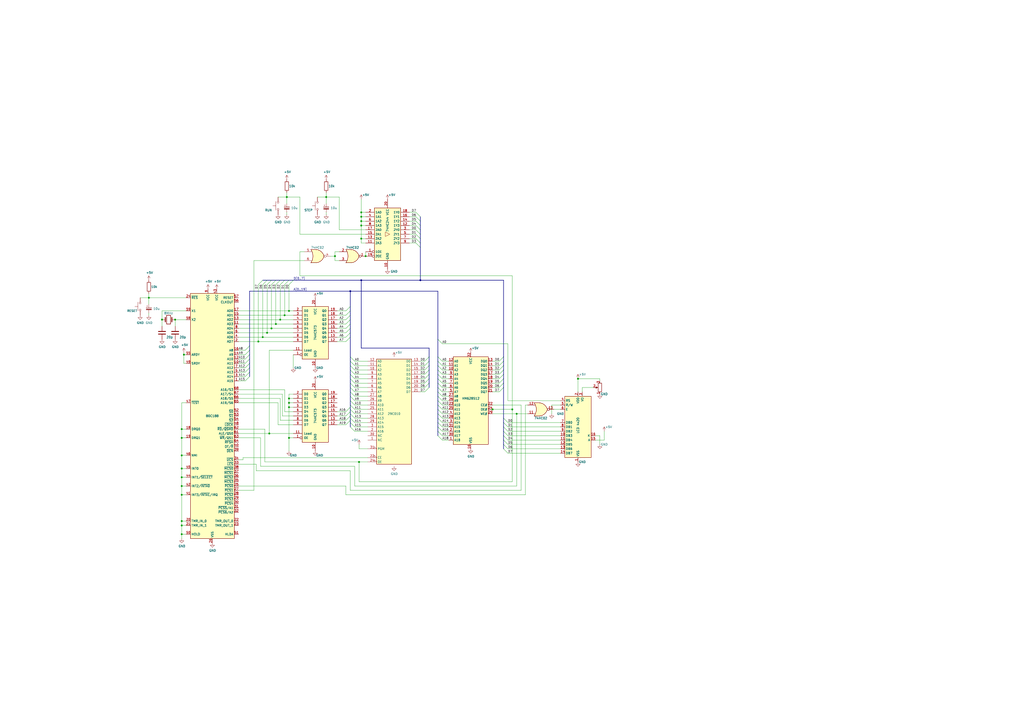
<source format=kicad_sch>
(kicad_sch (version 20211123) (generator eeschema)
  (paper "A2")
  (junction (at 299.72 240.03))
  (junction (at 160.02 187.96))
  (junction (at 165.1 182.88))
  (junction (at 156.21 251.46))
  (junction (at 167.64 236.22))
  (junction (at 212.09 148.59))
  (junction (at 335.28 219.71))
  (junction (at 105.41 304.8))
  (junction (at 209.55 125.73))
  (junction (at 243.84 162.56))
  (junction (at 167.64 233.68))
  (junction (at 209.55 138.43))
  (junction (at 203.2 168.91))
  (junction (at 105.41 264.16))
  (junction (at 105.41 271.78))
  (junction (at 93.98 185.42))
  (junction (at 105.41 254))
  (junction (at 162.56 185.42))
  (junction (at 149.86 198.12))
  (junction (at 101.6 185.42))
  (junction (at 105.41 276.86))
  (junction (at 285.75 237.49))
  (junction (at 154.94 193.04))
  (junction (at 166.37 114.3))
  (junction (at 167.64 231.14))
  (junction (at 297.18 237.49))
  (junction (at 157.48 190.5))
  (junction (at 167.64 180.34))
  (junction (at 86.36 172.72))
  (junction (at 105.41 248.92))
  (junction (at 105.41 287.02))
  (junction (at 152.4 195.58))
  (junction (at 167.64 254))
  (junction (at 105.41 309.88))
  (junction (at 105.41 281.94))
  (junction (at 209.55 162.56))
  (junction (at 208.28 267.97))
  (junction (at 105.41 302.26))
  (junction (at 194.31 148.59))
  (junction (at 209.55 130.81))
  (junction (at 209.55 128.27))
  (junction (at 209.55 123.19))
  (junction (at 106.68 205.74))
  (junction (at 189.23 114.3))
  (bus_entry (at 203.2 234.95) (size 2.54 2.54))
  (bus_entry (at 254 214.63) (size 2.54 2.54))
  (bus_entry (at 142.24 215.9) (size 2.54 -2.54))
  (bus_entry (at 142.24 210.82) (size 2.54 -2.54))
  (bus_entry (at 241.3 133.35) (size 2.54 2.54))
  (bus_entry (at 200.66 187.96) (size 2.54 -2.54))
  (bus_entry (at 241.3 125.73) (size 2.54 2.54))
  (bus_entry (at 241.3 128.27) (size 2.54 2.54))
  (bus_entry (at 254 212.09) (size 2.54 2.54))
  (bus_entry (at 142.24 203.2) (size 2.54 -2.54))
  (bus_entry (at 152.4 165.1) (size 2.54 -2.54))
  (bus_entry (at 203.2 227.33) (size 2.54 2.54))
  (bus_entry (at 292.1 247.65) (size 2.54 2.54))
  (bus_entry (at 246.38 212.09) (size 2.54 -2.54))
  (bus_entry (at 289.56 217.17) (size 2.54 -2.54))
  (bus_entry (at 203.2 242.57) (size 2.54 2.54))
  (bus_entry (at 292.1 255.27) (size 2.54 2.54))
  (bus_entry (at 254 222.25) (size 2.54 2.54))
  (bus_entry (at 246.38 217.17) (size 2.54 -2.54))
  (bus_entry (at 203.2 207.01) (size 2.54 2.54))
  (bus_entry (at 203.2 209.55) (size 2.54 2.54))
  (bus_entry (at 254 224.79) (size 2.54 2.54))
  (bus_entry (at 142.24 205.74) (size 2.54 -2.54))
  (bus_entry (at 246.38 224.79) (size 2.54 -2.54))
  (bus_entry (at 203.2 232.41) (size 2.54 2.54))
  (bus_entry (at 254 207.01) (size 2.54 2.54))
  (bus_entry (at 203.2 237.49) (size 2.54 2.54))
  (bus_entry (at 254 196.85) (size 2.54 2.54))
  (bus_entry (at 142.24 220.98) (size 2.54 -2.54))
  (bus_entry (at 254 234.95) (size 2.54 2.54))
  (bus_entry (at 241.3 140.97) (size 2.54 2.54))
  (bus_entry (at 254 242.57) (size 2.54 2.54))
  (bus_entry (at 254 217.17) (size 2.54 2.54))
  (bus_entry (at 292.1 250.19) (size 2.54 2.54))
  (bus_entry (at 200.66 198.12) (size 2.54 -2.54))
  (bus_entry (at 200.66 238.76) (size 2.54 -2.54))
  (bus_entry (at 200.66 182.88) (size 2.54 -2.54))
  (bus_entry (at 154.94 165.1) (size 2.54 -2.54))
  (bus_entry (at 200.66 190.5) (size 2.54 -2.54))
  (bus_entry (at 241.3 135.89) (size 2.54 2.54))
  (bus_entry (at 160.02 165.1) (size 2.54 -2.54))
  (bus_entry (at 292.1 260.35) (size 2.54 2.54))
  (bus_entry (at 142.24 218.44) (size 2.54 -2.54))
  (bus_entry (at 289.56 227.33) (size 2.54 -2.54))
  (bus_entry (at 292.1 242.57) (size 2.54 2.54))
  (bus_entry (at 289.56 222.25) (size 2.54 -2.54))
  (bus_entry (at 289.56 224.79) (size 2.54 -2.54))
  (bus_entry (at 289.56 214.63) (size 2.54 -2.54))
  (bus_entry (at 203.2 217.17) (size 2.54 2.54))
  (bus_entry (at 200.66 246.38) (size 2.54 -2.54))
  (bus_entry (at 200.66 243.84) (size 2.54 -2.54))
  (bus_entry (at 142.24 213.36) (size 2.54 -2.54))
  (bus_entry (at 254 245.11) (size 2.54 2.54))
  (bus_entry (at 203.2 229.87) (size 2.54 2.54))
  (bus_entry (at 200.66 193.04) (size 2.54 -2.54))
  (bus_entry (at 241.3 123.19) (size 2.54 2.54))
  (bus_entry (at 254 240.03) (size 2.54 2.54))
  (bus_entry (at 289.56 212.09) (size 2.54 -2.54))
  (bus_entry (at 292.1 245.11) (size 2.54 2.54))
  (bus_entry (at 254 227.33) (size 2.54 2.54))
  (bus_entry (at 157.48 165.1) (size 2.54 -2.54))
  (bus_entry (at 203.2 247.65) (size 2.54 2.54))
  (bus_entry (at 167.64 165.1) (size 2.54 -2.54))
  (bus_entry (at 289.56 209.55) (size 2.54 -2.54))
  (bus_entry (at 241.3 130.81) (size 2.54 2.54))
  (bus_entry (at 203.2 214.63) (size 2.54 2.54))
  (bus_entry (at 203.2 245.11) (size 2.54 2.54))
  (bus_entry (at 292.1 252.73) (size 2.54 2.54))
  (bus_entry (at 246.38 219.71) (size 2.54 -2.54))
  (bus_entry (at 246.38 214.63) (size 2.54 -2.54))
  (bus_entry (at 162.56 165.1) (size 2.54 -2.54))
  (bus_entry (at 142.24 208.28) (size 2.54 -2.54))
  (bus_entry (at 203.2 240.03) (size 2.54 2.54))
  (bus_entry (at 246.38 209.55) (size 2.54 -2.54))
  (bus_entry (at 246.38 227.33) (size 2.54 -2.54))
  (bus_entry (at 292.1 257.81) (size 2.54 2.54))
  (bus_entry (at 254 229.87) (size 2.54 2.54))
  (bus_entry (at 254 237.49) (size 2.54 2.54))
  (bus_entry (at 200.66 241.3) (size 2.54 -2.54))
  (bus_entry (at 246.38 222.25) (size 2.54 -2.54))
  (bus_entry (at 289.56 219.71) (size 2.54 -2.54))
  (bus_entry (at 254 209.55) (size 2.54 2.54))
  (bus_entry (at 149.86 165.1) (size 2.54 -2.54))
  (bus_entry (at 203.2 212.09) (size 2.54 2.54))
  (bus_entry (at 254 250.19) (size 2.54 2.54))
  (bus_entry (at 200.66 195.58) (size 2.54 -2.54))
  (bus_entry (at 203.2 219.71) (size 2.54 2.54))
  (bus_entry (at 254 232.41) (size 2.54 2.54))
  (bus_entry (at 241.3 138.43) (size 2.54 2.54))
  (bus_entry (at 200.66 185.42) (size 2.54 -2.54))
  (bus_entry (at 165.1 165.1) (size 2.54 -2.54))
  (bus_entry (at 200.66 180.34) (size 2.54 -2.54))
  (bus_entry (at 254 247.65) (size 2.54 2.54))
  (bus_entry (at 203.2 224.79) (size 2.54 2.54))
  (bus_entry (at 254 252.73) (size 2.54 2.54))
  (bus_entry (at 203.2 222.25) (size 2.54 2.54))
  (bus_entry (at 254 219.71) (size 2.54 2.54))
  (bus (pts (xy 254 242.57) (xy 254 245.11)))
  (wire (pts (xy 205.74 209.55) (xy 213.36 209.55)))
  (wire (pts (xy 195.58 193.04) (xy 200.66 193.04)))
  (wire (pts (xy 243.84 212.09) (xy 246.38 212.09)))
  (wire (pts (xy 209.55 140.97) (xy 209.55 138.43)))
  (wire (pts (xy 237.49 130.81) (xy 241.3 130.81)))
  (bus (pts (xy 203.2 187.96) (xy 203.2 190.5)))
  (wire (pts (xy 167.64 165.1) (xy 167.64 180.34)))
  (bus (pts (xy 165.1 162.56) (xy 167.64 162.56)))
  (bus (pts (xy 248.92 207.01) (xy 248.92 209.55)))
  (wire (pts (xy 285.75 237.49) (xy 297.18 237.49)))
  (wire (pts (xy 151.13 254) (xy 151.13 270.51)))
  (wire (pts (xy 205.74 229.87) (xy 213.36 229.87)))
  (wire (pts (xy 165.1 182.88) (xy 170.18 182.88)))
  (wire (pts (xy 302.26 234.95) (xy 302.26 284.48)))
  (wire (pts (xy 284.48 237.49) (xy 285.75 237.49)))
  (wire (pts (xy 170.18 193.04) (xy 154.94 193.04)))
  (bus (pts (xy 144.78 168.91) (xy 144.78 200.66)))
  (bus (pts (xy 203.2 238.76) (xy 203.2 240.03)))
  (wire (pts (xy 285.75 224.79) (xy 289.56 224.79)))
  (wire (pts (xy 325.12 234.95) (xy 320.04 234.95)))
  (wire (pts (xy 86.36 181.61) (xy 86.36 182.88)))
  (wire (pts (xy 156.21 203.2) (xy 170.18 203.2)))
  (wire (pts (xy 138.43 251.46) (xy 156.21 251.46)))
  (wire (pts (xy 243.84 227.33) (xy 246.38 227.33)))
  (wire (pts (xy 107.95 248.92) (xy 105.41 248.92)))
  (bus (pts (xy 243.84 162.56) (xy 209.55 162.56)))
  (wire (pts (xy 200.66 185.42) (xy 195.58 185.42)))
  (wire (pts (xy 156.21 251.46) (xy 170.18 251.46)))
  (wire (pts (xy 203.2 284.48) (xy 302.26 284.48)))
  (bus (pts (xy 152.4 162.56) (xy 154.94 162.56)))
  (bus (pts (xy 203.2 185.42) (xy 203.2 187.96)))
  (bus (pts (xy 243.84 143.51) (xy 243.84 162.56)))
  (bus (pts (xy 292.1 224.79) (xy 292.1 242.57)))
  (wire (pts (xy 205.74 219.71) (xy 213.36 219.71)))
  (bus (pts (xy 254 168.91) (xy 254 196.85)))
  (wire (pts (xy 160.02 187.96) (xy 170.18 187.96)))
  (wire (pts (xy 170.18 228.6) (xy 167.64 228.6)))
  (wire (pts (xy 151.13 270.51) (xy 205.74 270.51)))
  (wire (pts (xy 105.41 304.8) (xy 107.95 304.8)))
  (wire (pts (xy 162.56 231.14) (xy 162.56 243.84)))
  (wire (pts (xy 195.58 182.88) (xy 200.66 182.88)))
  (bus (pts (xy 254 234.95) (xy 254 237.49)))
  (wire (pts (xy 294.64 199.39) (xy 256.54 199.39)))
  (wire (pts (xy 154.94 193.04) (xy 138.43 193.04)))
  (bus (pts (xy 203.2 212.09) (xy 203.2 214.63)))
  (bus (pts (xy 292.1 247.65) (xy 292.1 250.19)))
  (bus (pts (xy 248.92 214.63) (xy 248.92 217.17)))
  (wire (pts (xy 212.09 148.59) (xy 212.09 146.05)))
  (bus (pts (xy 203.2 219.71) (xy 203.2 222.25)))
  (wire (pts (xy 142.24 205.74) (xy 138.43 205.74)))
  (wire (pts (xy 200.66 180.34) (xy 195.58 180.34)))
  (wire (pts (xy 294.64 260.35) (xy 325.12 260.35)))
  (bus (pts (xy 254 229.87) (xy 254 232.41)))
  (wire (pts (xy 167.64 233.68) (xy 170.18 233.68)))
  (wire (pts (xy 337.82 224.79) (xy 344.17 224.79)))
  (bus (pts (xy 254 247.65) (xy 254 250.19)))
  (bus (pts (xy 254 240.03) (xy 254 242.57)))
  (wire (pts (xy 209.55 130.81) (xy 212.09 130.81)))
  (wire (pts (xy 294.64 262.89) (xy 325.12 262.89)))
  (bus (pts (xy 167.64 162.56) (xy 170.18 162.56)))
  (wire (pts (xy 140.97 266.7) (xy 138.43 266.7)))
  (bus (pts (xy 248.92 212.09) (xy 248.92 214.63)))
  (wire (pts (xy 256.54 252.73) (xy 260.35 252.73)))
  (bus (pts (xy 203.2 190.5) (xy 203.2 193.04)))
  (wire (pts (xy 294.64 250.19) (xy 325.12 250.19)))
  (bus (pts (xy 203.2 168.91) (xy 254 168.91)))
  (bus (pts (xy 292.1 245.11) (xy 292.1 247.65)))
  (bus (pts (xy 144.78 168.91) (xy 203.2 168.91)))
  (wire (pts (xy 170.18 180.34) (xy 167.64 180.34)))
  (wire (pts (xy 189.23 111.76) (xy 189.23 114.3)))
  (wire (pts (xy 321.31 237.49) (xy 325.12 237.49)))
  (wire (pts (xy 256.54 240.03) (xy 260.35 240.03)))
  (wire (pts (xy 189.23 114.3) (xy 189.23 118.11)))
  (bus (pts (xy 203.2 245.11) (xy 203.2 247.65)))
  (wire (pts (xy 209.55 128.27) (xy 209.55 125.73)))
  (wire (pts (xy 205.74 247.65) (xy 213.36 247.65)))
  (wire (pts (xy 194.31 148.59) (xy 194.31 146.05)))
  (wire (pts (xy 195.58 198.12) (xy 200.66 198.12)))
  (wire (pts (xy 195.58 187.96) (xy 200.66 187.96)))
  (wire (pts (xy 256.54 237.49) (xy 260.35 237.49)))
  (wire (pts (xy 237.49 133.35) (xy 241.3 133.35)))
  (wire (pts (xy 101.6 185.42) (xy 107.95 185.42)))
  (bus (pts (xy 144.78 200.66) (xy 144.78 203.2)))
  (wire (pts (xy 153.67 248.92) (xy 153.67 267.97)))
  (wire (pts (xy 147.32 151.13) (xy 176.53 151.13)))
  (bus (pts (xy 203.2 236.22) (xy 203.2 237.49)))
  (wire (pts (xy 212.09 138.43) (xy 209.55 138.43)))
  (wire (pts (xy 138.43 281.94) (xy 200.66 281.94)))
  (bus (pts (xy 254 232.41) (xy 254 234.95)))
  (wire (pts (xy 285.75 240.03) (xy 299.72 240.03)))
  (wire (pts (xy 165.1 165.1) (xy 165.1 182.88)))
  (wire (pts (xy 106.68 205.74) (xy 107.95 205.74)))
  (wire (pts (xy 166.37 114.3) (xy 161.29 114.3)))
  (wire (pts (xy 205.74 214.63) (xy 213.36 214.63)))
  (wire (pts (xy 167.64 231.14) (xy 170.18 231.14)))
  (wire (pts (xy 237.49 125.73) (xy 241.3 125.73)))
  (bus (pts (xy 203.2 229.87) (xy 203.2 232.41)))
  (wire (pts (xy 306.07 234.95) (xy 304.8 234.95)))
  (wire (pts (xy 212.09 125.73) (xy 209.55 125.73)))
  (wire (pts (xy 256.54 212.09) (xy 260.35 212.09)))
  (wire (pts (xy 237.49 138.43) (xy 241.3 138.43)))
  (wire (pts (xy 285.75 217.17) (xy 289.56 217.17)))
  (bus (pts (xy 144.78 210.82) (xy 144.78 213.36)))
  (wire (pts (xy 165.1 226.06) (xy 165.1 238.76)))
  (wire (pts (xy 138.43 198.12) (xy 149.86 198.12)))
  (wire (pts (xy 157.48 165.1) (xy 157.48 190.5)))
  (bus (pts (xy 170.18 162.56) (xy 209.55 162.56)))
  (wire (pts (xy 237.49 128.27) (xy 241.3 128.27)))
  (wire (pts (xy 208.28 267.97) (xy 208.28 279.4)))
  (bus (pts (xy 160.02 162.56) (xy 162.56 162.56)))
  (wire (pts (xy 203.2 273.05) (xy 203.2 284.48)))
  (bus (pts (xy 292.1 242.57) (xy 292.1 245.11)))
  (wire (pts (xy 105.41 271.78) (xy 107.95 271.78)))
  (bus (pts (xy 254 224.79) (xy 254 227.33)))
  (wire (pts (xy 209.55 115.57) (xy 209.55 123.19)))
  (bus (pts (xy 203.2 195.58) (xy 203.2 207.01)))
  (bus (pts (xy 209.55 162.56) (xy 209.55 201.93)))
  (wire (pts (xy 161.29 246.38) (xy 170.18 246.38)))
  (wire (pts (xy 294.64 257.81) (xy 325.12 257.81)))
  (wire (pts (xy 166.37 111.76) (xy 166.37 114.3)))
  (wire (pts (xy 243.84 217.17) (xy 246.38 217.17)))
  (wire (pts (xy 196.85 114.3) (xy 189.23 114.3)))
  (wire (pts (xy 101.6 185.42) (xy 101.6 189.23)))
  (wire (pts (xy 173.99 135.89) (xy 173.99 114.3)))
  (wire (pts (xy 285.75 214.63) (xy 289.56 214.63)))
  (bus (pts (xy 243.84 125.73) (xy 243.84 128.27)))
  (wire (pts (xy 105.41 309.88) (xy 105.41 312.42)))
  (wire (pts (xy 304.8 234.95) (xy 304.8 287.02)))
  (wire (pts (xy 208.28 257.81) (xy 208.28 260.35)))
  (wire (pts (xy 86.36 170.18) (xy 86.36 172.72)))
  (wire (pts (xy 138.43 248.92) (xy 153.67 248.92)))
  (wire (pts (xy 191.77 148.59) (xy 194.31 148.59)))
  (bus (pts (xy 254 207.01) (xy 254 209.55)))
  (bus (pts (xy 248.92 222.25) (xy 248.92 224.79)))
  (wire (pts (xy 138.43 213.36) (xy 142.24 213.36)))
  (wire (pts (xy 209.55 123.19) (xy 209.55 125.73)))
  (wire (pts (xy 195.58 243.84) (xy 200.66 243.84)))
  (wire (pts (xy 106.68 204.47) (xy 106.68 205.74)))
  (wire (pts (xy 93.98 185.42) (xy 93.98 189.23)))
  (wire (pts (xy 106.68 210.82) (xy 107.95 210.82)))
  (bus (pts (xy 292.1 207.01) (xy 292.1 209.55)))
  (bus (pts (xy 248.92 219.71) (xy 248.92 222.25)))
  (wire (pts (xy 256.54 217.17) (xy 260.35 217.17)))
  (bus (pts (xy 292.1 162.56) (xy 243.84 162.56)))
  (wire (pts (xy 105.41 281.94) (xy 107.95 281.94)))
  (wire (pts (xy 173.99 114.3) (xy 166.37 114.3)))
  (bus (pts (xy 254 219.71) (xy 254 222.25)))
  (wire (pts (xy 294.64 252.73) (xy 325.12 252.73)))
  (wire (pts (xy 138.43 195.58) (xy 152.4 195.58)))
  (bus (pts (xy 203.2 177.8) (xy 203.2 180.34)))
  (wire (pts (xy 167.64 236.22) (xy 167.64 254)))
  (wire (pts (xy 205.74 232.41) (xy 213.36 232.41)))
  (wire (pts (xy 345.44 252.73) (xy 347.98 252.73)))
  (wire (pts (xy 167.64 233.68) (xy 167.64 236.22)))
  (wire (pts (xy 148.59 269.24) (xy 148.59 273.05)))
  (wire (pts (xy 200.66 195.58) (xy 195.58 195.58)))
  (wire (pts (xy 142.24 210.82) (xy 138.43 210.82)))
  (wire (pts (xy 105.41 248.92) (xy 105.41 254)))
  (wire (pts (xy 256.54 247.65) (xy 260.35 247.65)))
  (wire (pts (xy 154.94 165.1) (xy 154.94 193.04)))
  (wire (pts (xy 165.1 238.76) (xy 170.18 238.76)))
  (wire (pts (xy 163.83 241.3) (xy 170.18 241.3)))
  (bus (pts (xy 203.2 241.3) (xy 203.2 242.57)))
  (bus (pts (xy 254 209.55) (xy 254 212.09)))
  (wire (pts (xy 105.41 233.68) (xy 105.41 248.92)))
  (wire (pts (xy 347.98 219.71) (xy 335.28 219.71)))
  (wire (pts (xy 285.75 219.71) (xy 289.56 219.71)))
  (wire (pts (xy 107.95 264.16) (xy 105.41 264.16)))
  (bus (pts (xy 292.1 207.01) (xy 292.1 162.56)))
  (wire (pts (xy 256.54 224.79) (xy 260.35 224.79)))
  (bus (pts (xy 203.2 243.84) (xy 203.2 245.11)))
  (wire (pts (xy 170.18 205.74) (xy 170.18 213.36)))
  (wire (pts (xy 294.64 232.41) (xy 325.12 232.41)))
  (bus (pts (xy 144.78 213.36) (xy 144.78 215.9)))
  (wire (pts (xy 285.75 227.33) (xy 289.56 227.33)))
  (wire (pts (xy 138.43 218.44) (xy 142.24 218.44)))
  (bus (pts (xy 144.78 205.74) (xy 144.78 208.28)))
  (wire (pts (xy 285.75 212.09) (xy 289.56 212.09)))
  (wire (pts (xy 162.56 243.84) (xy 170.18 243.84)))
  (wire (pts (xy 205.74 234.95) (xy 213.36 234.95)))
  (wire (pts (xy 212.09 123.19) (xy 209.55 123.19)))
  (wire (pts (xy 209.55 130.81) (xy 209.55 138.43)))
  (wire (pts (xy 161.29 233.68) (xy 161.29 246.38)))
  (wire (pts (xy 256.54 232.41) (xy 260.35 232.41)))
  (wire (pts (xy 152.4 195.58) (xy 170.18 195.58)))
  (wire (pts (xy 138.43 190.5) (xy 157.48 190.5)))
  (bus (pts (xy 292.1 257.81) (xy 292.1 260.35)))
  (bus (pts (xy 292.1 214.63) (xy 292.1 217.17)))
  (bus (pts (xy 243.84 128.27) (xy 243.84 130.81)))
  (wire (pts (xy 138.43 182.88) (xy 165.1 182.88)))
  (wire (pts (xy 105.41 271.78) (xy 105.41 276.86)))
  (bus (pts (xy 292.1 219.71) (xy 292.1 222.25)))
  (wire (pts (xy 189.23 114.3) (xy 184.15 114.3)))
  (wire (pts (xy 105.41 276.86) (xy 107.95 276.86)))
  (wire (pts (xy 105.41 281.94) (xy 105.41 287.02)))
  (bus (pts (xy 254 196.85) (xy 254 207.01)))
  (wire (pts (xy 173.99 160.02) (xy 297.18 160.02)))
  (wire (pts (xy 285.75 222.25) (xy 289.56 222.25)))
  (wire (pts (xy 256.54 229.87) (xy 260.35 229.87)))
  (wire (pts (xy 212.09 140.97) (xy 209.55 140.97)))
  (wire (pts (xy 205.74 250.19) (xy 213.36 250.19)))
  (wire (pts (xy 86.36 172.72) (xy 86.36 176.53)))
  (wire (pts (xy 86.36 172.72) (xy 107.95 172.72)))
  (wire (pts (xy 205.74 224.79) (xy 213.36 224.79)))
  (wire (pts (xy 256.54 222.25) (xy 260.35 222.25)))
  (wire (pts (xy 138.43 231.14) (xy 162.56 231.14)))
  (wire (pts (xy 205.74 270.51) (xy 205.74 281.94)))
  (wire (pts (xy 297.18 237.49) (xy 297.18 279.4)))
  (wire (pts (xy 205.74 245.11) (xy 213.36 245.11)))
  (wire (pts (xy 142.24 220.98) (xy 138.43 220.98)))
  (wire (pts (xy 138.43 203.2) (xy 142.24 203.2)))
  (wire (pts (xy 149.86 198.12) (xy 170.18 198.12)))
  (wire (pts (xy 205.74 227.33) (xy 213.36 227.33)))
  (wire (pts (xy 243.84 209.55) (xy 246.38 209.55)))
  (bus (pts (xy 144.78 215.9) (xy 144.78 218.44)))
  (wire (pts (xy 148.59 273.05) (xy 203.2 273.05)))
  (wire (pts (xy 167.64 231.14) (xy 167.64 233.68)))
  (wire (pts (xy 209.55 128.27) (xy 212.09 128.27)))
  (bus (pts (xy 209.55 201.93) (xy 248.92 201.93)))
  (wire (pts (xy 167.64 254) (xy 167.64 261.62)))
  (wire (pts (xy 243.84 222.25) (xy 246.38 222.25)))
  (wire (pts (xy 147.32 284.48) (xy 138.43 284.48)))
  (wire (pts (xy 140.97 265.43) (xy 140.97 266.7)))
  (wire (pts (xy 105.41 264.16) (xy 105.41 271.78)))
  (bus (pts (xy 248.92 201.93) (xy 248.92 207.01)))
  (bus (pts (xy 248.92 209.55) (xy 248.92 212.09)))
  (bus (pts (xy 203.2 234.95) (xy 203.2 236.22)))
  (wire (pts (xy 167.64 236.22) (xy 170.18 236.22)))
  (bus (pts (xy 254 250.19) (xy 254 252.73)))
  (wire (pts (xy 320.04 234.95) (xy 320.04 240.03)))
  (bus (pts (xy 154.94 162.56) (xy 157.48 162.56)))
  (bus (pts (xy 203.2 237.49) (xy 203.2 238.76)))
  (wire (pts (xy 167.64 228.6) (xy 167.64 231.14)))
  (wire (pts (xy 156.21 203.2) (xy 156.21 251.46)))
  (bus (pts (xy 243.84 140.97) (xy 243.84 143.51)))
  (wire (pts (xy 256.54 219.71) (xy 260.35 219.71)))
  (wire (pts (xy 105.41 287.02) (xy 105.41 302.26)))
  (wire (pts (xy 166.37 123.19) (xy 166.37 124.46)))
  (wire (pts (xy 170.18 254) (xy 167.64 254)))
  (bus (pts (xy 243.84 130.81) (xy 243.84 133.35)))
  (wire (pts (xy 138.43 228.6) (xy 163.83 228.6)))
  (wire (pts (xy 256.54 255.27) (xy 260.35 255.27)))
  (wire (pts (xy 208.28 260.35) (xy 213.36 260.35)))
  (wire (pts (xy 167.64 180.34) (xy 138.43 180.34)))
  (wire (pts (xy 212.09 133.35) (xy 196.85 133.35)))
  (bus (pts (xy 243.84 133.35) (xy 243.84 135.89)))
  (bus (pts (xy 162.56 162.56) (xy 165.1 162.56)))
  (wire (pts (xy 205.74 217.17) (xy 213.36 217.17)))
  (bus (pts (xy 203.2 168.91) (xy 203.2 177.8)))
  (wire (pts (xy 294.64 232.41) (xy 294.64 199.39)))
  (bus (pts (xy 292.1 212.09) (xy 292.1 214.63)))
  (bus (pts (xy 203.2 222.25) (xy 203.2 224.79)))
  (wire (pts (xy 256.54 227.33) (xy 260.35 227.33)))
  (bus (pts (xy 203.2 193.04) (xy 203.2 195.58)))
  (wire (pts (xy 194.31 151.13) (xy 194.31 148.59)))
  (wire (pts (xy 176.53 146.05) (xy 173.99 146.05)))
  (bus (pts (xy 203.2 240.03) (xy 203.2 241.3)))
  (wire (pts (xy 105.41 304.8) (xy 105.41 309.88)))
  (wire (pts (xy 212.09 135.89) (xy 173.99 135.89)))
  (wire (pts (xy 107.95 233.68) (xy 105.41 233.68)))
  (wire (pts (xy 107.95 309.88) (xy 105.41 309.88)))
  (wire (pts (xy 205.74 212.09) (xy 213.36 212.09)))
  (wire (pts (xy 195.58 238.76) (xy 200.66 238.76)))
  (bus (pts (xy 203.2 242.57) (xy 203.2 243.84)))
  (wire (pts (xy 138.43 208.28) (xy 142.24 208.28)))
  (wire (pts (xy 297.18 160.02) (xy 297.18 237.49)))
  (wire (pts (xy 294.64 245.11) (xy 325.12 245.11)))
  (bus (pts (xy 203.2 209.55) (xy 203.2 212.09)))
  (bus (pts (xy 203.2 182.88) (xy 203.2 185.42)))
  (bus (pts (xy 203.2 232.41) (xy 203.2 234.95)))
  (wire (pts (xy 347.98 220.98) (xy 347.98 219.71)))
  (wire (pts (xy 256.54 234.95) (xy 260.35 234.95)))
  (bus (pts (xy 254 214.63) (xy 254 217.17)))
  (bus (pts (xy 292.1 252.73) (xy 292.1 255.27)))
  (wire (pts (xy 256.54 245.11) (xy 260.35 245.11)))
  (bus (pts (xy 243.84 138.43) (xy 243.84 140.97)))
  (wire (pts (xy 205.74 240.03) (xy 213.36 240.03)))
  (wire (pts (xy 243.84 219.71) (xy 246.38 219.71)))
  (wire (pts (xy 105.41 254) (xy 107.95 254)))
  (bus (pts (xy 203.2 214.63) (xy 203.2 217.17)))
  (bus (pts (xy 144.78 203.2) (xy 144.78 205.74)))
  (wire (pts (xy 166.37 114.3) (xy 166.37 118.11)))
  (wire (pts (xy 157.48 190.5) (xy 170.18 190.5)))
  (bus (pts (xy 203.2 217.17) (xy 203.2 219.71)))
  (wire (pts (xy 285.75 209.55) (xy 289.56 209.55)))
  (bus (pts (xy 254 212.09) (xy 254 214.63)))
  (wire (pts (xy 208.28 267.97) (xy 213.36 267.97)))
  (bus (pts (xy 243.84 135.89) (xy 243.84 138.43)))
  (wire (pts (xy 294.64 247.65) (xy 325.12 247.65)))
  (bus (pts (xy 254 245.11) (xy 254 247.65)))
  (wire (pts (xy 107.95 180.34) (xy 93.98 180.34)))
  (wire (pts (xy 105.41 287.02) (xy 107.95 287.02)))
  (wire (pts (xy 138.43 269.24) (xy 148.59 269.24)))
  (bus (pts (xy 292.1 209.55) (xy 292.1 212.09)))
  (bus (pts (xy 292.1 222.25) (xy 292.1 224.79)))
  (wire (pts (xy 299.72 240.03) (xy 306.07 240.03)))
  (wire (pts (xy 147.32 151.13) (xy 147.32 284.48)))
  (wire (pts (xy 285.75 234.95) (xy 302.26 234.95)))
  (wire (pts (xy 163.83 228.6) (xy 163.83 241.3)))
  (wire (pts (xy 160.02 165.1) (xy 160.02 187.96)))
  (bus (pts (xy 254 217.17) (xy 254 219.71)))
  (wire (pts (xy 209.55 130.81) (xy 209.55 128.27)))
  (bus (pts (xy 203.2 227.33) (xy 203.2 229.87)))
  (wire (pts (xy 140.97 265.43) (xy 213.36 265.43)))
  (wire (pts (xy 105.41 276.86) (xy 105.41 281.94)))
  (wire (pts (xy 189.23 123.19) (xy 189.23 124.46)))
  (bus (pts (xy 254 222.25) (xy 254 224.79)))
  (bus (pts (xy 292.1 255.27) (xy 292.1 257.81)))
  (wire (pts (xy 138.43 233.68) (xy 161.29 233.68)))
  (wire (pts (xy 200.66 287.02) (xy 304.8 287.02)))
  (wire (pts (xy 350.52 255.27) (xy 350.52 250.19)))
  (bus (pts (xy 203.2 207.01) (xy 203.2 209.55)))
  (wire (pts (xy 299.72 240.03) (xy 299.72 281.94)))
  (wire (pts (xy 243.84 224.79) (xy 246.38 224.79)))
  (wire (pts (xy 205.74 281.94) (xy 299.72 281.94)))
  (wire (pts (xy 105.41 302.26) (xy 105.41 304.8)))
  (wire (pts (xy 256.54 209.55) (xy 260.35 209.55)))
  (wire (pts (xy 162.56 165.1) (xy 162.56 185.42)))
  (wire (pts (xy 237.49 135.89) (xy 241.3 135.89)))
  (wire (pts (xy 149.86 165.1) (xy 149.86 198.12)))
  (wire (pts (xy 205.74 222.25) (xy 213.36 222.25)))
  (wire (pts (xy 256.54 214.63) (xy 260.35 214.63)))
  (wire (pts (xy 86.36 172.72) (xy 81.28 172.72)))
  (bus (pts (xy 144.78 208.28) (xy 144.78 210.82)))
  (wire (pts (xy 138.43 226.06) (xy 165.1 226.06)))
  (wire (pts (xy 200.66 246.38) (xy 195.58 246.38)))
  (wire (pts (xy 337.82 227.33) (xy 337.82 224.79)))
  (bus (pts (xy 292.1 217.17) (xy 292.1 219.71)))
  (wire (pts (xy 345.44 255.27) (xy 350.52 255.27)))
  (wire (pts (xy 93.98 180.34) (xy 93.98 185.42)))
  (wire (pts (xy 162.56 185.42) (xy 138.43 185.42)))
  (wire (pts (xy 153.67 267.97) (xy 208.28 267.97)))
  (wire (pts (xy 208.28 279.4) (xy 297.18 279.4)))
  (bus (pts (xy 203.2 224.79) (xy 203.2 227.33)))
  (wire (pts (xy 142.24 215.9) (xy 138.43 215.9)))
  (wire (pts (xy 243.84 214.63) (xy 246.38 214.63)))
  (wire (pts (xy 294.64 255.27) (xy 325.12 255.27)))
  (bus (pts (xy 203.2 180.34) (xy 203.2 182.88)))
  (wire (pts (xy 105.41 254) (xy 105.41 264.16)))
  (wire (pts (xy 237.49 140.97) (xy 241.3 140.97)))
  (wire (pts (xy 138.43 254) (xy 151.13 254)))
  (wire (pts (xy 205.74 237.49) (xy 213.36 237.49)))
  (wire (pts (xy 170.18 185.42) (xy 162.56 185.42)))
  (wire (pts (xy 196.85 151.13) (xy 194.31 151.13)))
  (wire (pts (xy 200.66 281.94) (xy 200.66 287.02)))
  (wire (pts (xy 205.74 242.57) (xy 213.36 242.57)))
  (wire (pts (xy 335.28 219.71) (xy 335.28 227.33)))
  (bus (pts (xy 248.92 217.17) (xy 248.92 219.71)))
  (wire (pts (xy 347.98 252.73) (xy 347.98 257.81)))
  (bus (pts (xy 254 237.49) (xy 254 240.03)))
  (wire (pts (xy 138.43 187.96) (xy 160.02 187.96)))
  (wire (pts (xy 173.99 146.05) (xy 173.99 160.02)))
  (wire (pts (xy 194.31 146.05) (xy 196.85 146.05)))
  (bus (pts (xy 254 227.33) (xy 254 229.87)))
  (bus (pts (xy 157.48 162.56) (xy 160.02 162.56)))
  (wire (pts (xy 196.85 133.35) (xy 196.85 114.3)))
  (wire (pts (xy 200.66 241.3) (xy 195.58 241.3)))
  (wire (pts (xy 256.54 242.57) (xy 260.35 242.57)))
  (wire (pts (xy 200.66 190.5) (xy 195.58 190.5)))
  (wire (pts (xy 106.68 205.74) (xy 106.68 210.82)))
  (wire (pts (xy 107.95 302.26) (xy 105.41 302.26)))
  (bus (pts (xy 292.1 250.19) (xy 292.1 252.73)))
  (wire (pts (xy 152.4 165.1) (xy 152.4 195.58)))
  (wire (pts (xy 256.54 250.19) (xy 260.35 250.19)))
  (wire (pts (xy 237.49 123.19) (xy 241.3 123.19)))
  (label "D7" (at 149.86 167.64 90))
  (label "D2" (at 243.84 214.63 0))
  (label "A7" (at 205.74 227.33 0))
  (label "D6" (at 152.4 167.64 90))
  (label "D0" (at 243.84 209.55 0))
  (label "D6" (at 243.84 224.79 0))
  (label "D4" (at 287.02 219.71 0))
  (label "A15" (at 205.74 247.65 0))
  (label "A2" (at 196.85 185.42 0))
  (label "D[0..7]" (at 170.18 162.56 0))
  (label "D3" (at 238.76 140.97 0))
  (label "A16" (at 205.74 250.19 0))
  (label "D7" (at 294.64 262.89 0))
  (label "D4" (at 238.76 130.81 0))
  (label "A12" (at 256.54 240.03 0))
  (label "A15" (at 138.43 220.98 0))
  (label "A18" (at 256.54 255.27 0))
  (label "A9" (at 138.43 205.74 0))
  (label "D5" (at 287.02 222.25 0))
  (label "D6" (at 294.64 260.35 0))
  (label "A5" (at 196.85 193.04 0))
  (label "A10" (at 138.43 208.28 0))
  (label "D1" (at 165.1 167.64 90))
  (label "D3" (at 160.02 167.64 90))
  (label "A9" (at 256.54 232.41 0))
  (label "A1" (at 205.74 212.09 0))
  (label "A12" (at 138.43 213.36 0))
  (label "A8" (at 138.43 203.2 0))
  (label "A17" (at 256.54 252.73 0))
  (label "D5" (at 238.76 128.27 0))
  (label "A8" (at 256.54 229.87 0))
  (label "A5" (at 256.54 222.25 0))
  (label "A11" (at 256.54 237.49 0))
  (label "D6" (at 287.02 224.79 0))
  (label "A11" (at 205.74 237.49 0))
  (label "A2" (at 205.74 214.63 0))
  (label "A13" (at 138.43 215.9 0))
  (label "A16" (at 196.85 238.76 0))
  (label "A0" (at 205.74 209.55 0))
  (label "A14" (at 138.43 218.44 0))
  (label "A3" (at 196.85 187.96 0))
  (label "A4" (at 205.74 219.71 0))
  (label "A14" (at 256.54 245.11 0))
  (label "A6" (at 205.74 224.79 0))
  (label "A1" (at 196.85 182.88 0))
  (label "A16" (at 256.54 250.19 0))
  (label "D3" (at 243.84 217.17 0))
  (label "A7" (at 256.54 227.33 0))
  (label "A0" (at 256.54 199.39 0))
  (label "D4" (at 157.48 167.64 90))
  (label "D1" (at 243.84 212.09 0))
  (label "A12" (at 205.74 240.03 0))
  (label "D0" (at 294.64 245.11 0))
  (label "A3" (at 256.54 217.17 0))
  (label "A0" (at 196.85 180.34 0))
  (label "D4" (at 294.64 255.27 0))
  (label "A9" (at 205.74 232.41 0))
  (label "D5" (at 294.64 257.81 0))
  (label "A10" (at 256.54 234.95 0))
  (label "A6" (at 196.85 195.58 0))
  (label "A13" (at 256.54 242.57 0))
  (label "D7" (at 287.02 227.33 0))
  (label "A15" (at 256.54 247.65 0))
  (label "A2" (at 256.54 214.63 0))
  (label "D1" (at 294.64 247.65 0))
  (label "A10" (at 205.74 234.95 0))
  (label "D0" (at 238.76 133.35 0))
  (label "D2" (at 238.76 138.43 0))
  (label "A19" (at 196.85 246.38 0))
  (label "D4" (at 243.84 219.71 0))
  (label "D7" (at 243.84 227.33 0))
  (label "A4" (at 256.54 219.71 0))
  (label "A18" (at 196.85 243.84 0))
  (label "D2" (at 162.56 167.64 90))
  (label "D2" (at 287.02 214.63 0))
  (label "A11" (at 138.43 210.82 0))
  (label "A1" (at 256.54 212.09 0))
  (label "A17" (at 196.85 241.3 0))
  (label "D2" (at 294.64 250.19 0))
  (label "A3" (at 205.74 217.17 0))
  (label "A0" (at 256.54 209.55 0))
  (label "D5" (at 154.94 167.64 90))
  (label "A[0..19]" (at 170.18 168.91 0))
  (label "A5" (at 205.74 222.25 0))
  (label "A7" (at 196.85 198.12 0))
  (label "D3" (at 294.64 252.73 0))
  (label "D3" (at 287.02 217.17 0))
  (label "A14" (at 205.74 245.11 0))
  (label "D1" (at 238.76 135.89 0))
  (label "A6" (at 256.54 224.79 0))
  (label "A8" (at 205.74 229.87 0))
  (label "A13" (at 205.74 242.57 0))
  (label "D1" (at 287.02 212.09 0))
  (label "D0" (at 167.64 167.64 90))
  (label "A4" (at 196.85 190.5 0))
  (label "D5" (at 243.84 222.25 0))
  (label "D6" (at 238.76 125.73 0))
  (label "D0" (at 287.02 209.55 0))
  (label "D7" (at 238.76 123.19 0))
  (symbol (lib_id "Device:C_Polarized_Small") (at 86.36 179.07 0) (unit 1)
    (property "Reference" "C1" (effects hide))
    (property "Value" "10u" (at 88.9 179.07 0) (effects (justify left)))
  )
  (symbol (lib_id "Device:R") (at 86.36 166.37 0) (unit 1)
    (property "Reference" "R1" (effects hide))
    (property "Value" "10k" (at 87.63 166.37 0) (effects (justify left)))
  )
  (symbol (lib_id "Switch:SW_Push") (at 81.28 177.8 90) (unit 1)
    (property "Reference" "SW1" (effects hide))
    (property "Value" "RESET" (at 73.66 180.34 90) (effects (justify right)))
  )
  (symbol (lib_id "power:+5V") (at 86.36 162.56 0) (unit 1)
    (property "Reference" "#PWR0106" (effects hide))
    (property "Value" "+5V" (at 86.741 158.1658 0))
  )
  (symbol (lib_id "power:GND") (at 81.28 182.88 0) (unit 1)
    (property "Reference" "#PWR0104" (effects hide))
    (property "Value" "GND" (at 81.407 187.2742 0))
  )
  (symbol (lib_id "power:GND") (at 86.36 182.88 0) (unit 1)
    (property "Reference" "#PWR0105" (effects hide))
    (property "Value" "GND" (at 86.487 187.2742 0))
  )
  (symbol (lib_id "74xx:74LS573") (at 182.88 193.04 0) (unit 1)
    (property "Reference" "U2" (effects hide))
    (property "Value" "74HC573" (at 182.88 193.04 90))
    (property "Datasheet" "74xx/74hc573.pdf" (effects hide))
  )
  (symbol (lib_id "74xx:74LS573") (at 182.88 241.3 0) (unit 1)
    (property "Reference" "U3" (effects hide))
    (property "Value" "74HC573" (at 182.88 241.3 90))
    (property "Datasheet" "74xx/74hc573.pdf" (effects hide))
  )
  (symbol (lib_id "power:GND") (at 182.88 261.62 0) (unit 1)
    (property "Reference" "#PWR0120" (effects hide))
    (property "Value" "GND" (at 185.42 264.16 0))
  )
  (symbol (lib_id "power:GND") (at 182.88 213.36 0) (unit 1)
    (property "Reference" "#PWR0125" (effects hide))
    (property "Value" "GND" (at 185.42 213.36 0))
  )
  (symbol (lib_id "power:+5V") (at 182.88 220.98 0) (unit 1)
    (property "Reference" "#PWR0111" (effects hide))
    (property "Value" "+5V" (at 185.42 218.44 0))
  )
  (symbol (lib_id "power:+5V") (at 182.88 172.72 0) (unit 1)
    (property "Reference" "#PWR0123" (effects hide))
    (property "Value" "+5V" (at 185.42 170.18 0))
  )
  (symbol (lib_id "power:GND") (at 167.64 261.62 0) (unit 1)
    (property "Reference" "#PWR0122" (effects hide))
    (property "Value" "GND" (at 170.18 264.16 0))
  )
  (symbol (lib_id "power:GND") (at 170.18 213.36 0) (unit 1)
    (property "Reference" "#PWR0124" (effects hide))
    (property "Value" "GND" (at 172.72 213.36 0))
  )
  (symbol (lib_id "Memory_Flash:SST39SF010") (at 228.6 240.03 0) (unit 1)
    (property "Reference" "U4" (effects hide))
    (property "Value" "29C010" (at 228.6 240.03 0))
    (pin "31" (alternate "WE"))
  )
  (symbol (lib_id "power:GND") (at 228.6 270.51 0) (unit 1)
    (property "Reference" "#PWR0112" (effects hide))
    (property "Value" "GND" (at 228.727 274.9042 0))
  )
  (symbol (lib_id "power:+5V") (at 228.6 207.01 0) (unit 1)
    (property "Reference" "#PWR0110" (effects hide))
    (property "Value" "+5V" (at 231.14 204.47 0))
  )
  (symbol (lib_id "Device:C_Polarized_Small") (at 166.37 120.65 0) (unit 1)
    (property "Reference" "C5" (effects hide))
    (property "Value" "10u" (at 168.91 120.65 0) (effects (justify left)))
  )
  (symbol (lib_id "power:GND") (at 347.98 257.81 0) (unit 1)
    (property "Reference" "#PWR0109" (effects hide))
    (property "Value" "GND" (at 350.52 257.81 0))
  )
  (symbol (lib_id "power:GND") (at 161.29 124.46 0) (unit 1)
    (property "Reference" "#PWR0140" (effects hide))
    (property "Value" "GND" (at 161.417 128.8542 0))
  )
  (symbol (lib_id "Device:R") (at 189.23 107.95 0) (unit 1)
    (property "Reference" "R2" (effects hide))
    (property "Value" "10k" (at 190.5 107.95 0) (effects (justify left)))
  )
  (symbol (lib_id "Device:R_Potentiometer") (at 347.98 224.79 180) (unit 1)
    (property "Reference" "RV1" (effects hide))
    (property "Value" "R_Potentiometer" (effects hide))
  )
  (symbol (lib_id "power:GND") (at 273.05 260.35 0) (unit 1)
    (property "Reference" "#PWR0103" (effects hide))
    (property "Value" "GND" (at 273.177 264.7442 0))
  )
  (symbol (lib_id "Memory_RAM:AS6C4008-55PCN") (at 273.05 232.41 0) (unit 1)
    (property "Reference" "U6" (effects hide))
    (property "Value" "HM628512" (at 267.97 231.14 0) (effects (justify left)))
    (property "Footprint" "Package_DIP:DIP-32_W15.24mm" (effects hide))
  )
  (symbol (lib_id "power:GND") (at 101.6 196.85 0) (unit 1)
    (property "Reference" "#PWR0118" (effects hide))
    (property "Value" "GND" (at 101.727 201.2442 0))
  )
  (symbol (lib_id "power:GND") (at 320.04 240.03 0) (unit 1)
    (property "Reference" "#PWR0115" (effects hide))
    (property "Value" "GND" (at 325.12 240.03 0))
  )
  (symbol (lib_id "Device:C") (at 93.98 193.04 0) (unit 1)
    (property "Reference" "C2" (effects hide))
    (property "Value" "20p" (at 96.52 195.58 0) (effects (justify left)))
  )
  (symbol (lib_id "Device:Crystal") (at 97.79 185.42 180) (unit 1)
    (property "Reference" "Y1" (effects hide))
    (property "Value" "8MHz" (at 97.79 181.6918 0))
  )
  (symbol (lib_id "74xx:74HC02") (at 184.15 148.59 0) (unit 2)
    (property "Reference" "U9" (effects hide))
    (property "Value" "74HC02" (at 184.15 143.6172 0))
    (property "Datasheet" "http://www.ti.com/lit/gpn/sn74hc02" (effects hide))
  )
  (symbol (lib_id "power:GND") (at 224.79 156.21 0) (unit 1)
    (property "Reference" "#PWR0132" (effects hide))
    (property "Value" "GND" (at 228.6 157.48 0))
  )
  (symbol (lib_id "74xx:74HC02") (at 204.47 148.59 0) (unit 1)
    (property "Reference" "U9" (effects hide))
    (property "Value" "74HC02" (at 204.47 143.6172 0))
    (property "Datasheet" "http://www.ti.com/lit/gpn/sn74hc02" (effects hide))
  )
  (symbol (lib_id "Device:C_Polarized_Small") (at 189.23 120.65 0) (unit 1)
    (property "Reference" "C4" (effects hide))
    (property "Value" "10u" (at 191.77 120.65 0) (effects (justify left)))
  )
  (symbol (lib_id "power:+5V") (at 189.23 104.14 0) (unit 1)
    (property "Reference" "#PWR0138" (effects hide))
    (property "Value" "+5V" (at 189.611 99.7458 0))
  )
  (symbol (lib_id "Switch:SW_Push") (at 184.15 119.38 90) (unit 1)
    (property "Reference" "SW2" (effects hide))
    (property "Value" "STEP" (at 176.53 121.92 90) (effects (justify right)))
  )
  (symbol (lib_id "power:+5V") (at 208.28 257.81 0) (unit 1)
    (property "Reference" "#PWR0135" (effects hide))
    (property "Value" "+5V" (at 205.74 255.27 0))
  )
  (symbol (lib_id "74xx:74AHC244") (at 224.79 135.89 0) (unit 1)
    (property "Reference" "U7" (effects hide))
    (property "Value" "74HC244" (at 224.79 134.62 90) (effects (justify left)))
    (property "Datasheet" "https://assets.nexperia.com/documents/data-sheet/74AHC_AHCT244.pdf" (effects hide))
  )
  (symbol (lib_id "power:+5V") (at 120.65 167.64 0) (unit 1)
    (property "Reference" "#PWR?" (effects hide))
    (property "Value" "+5V" (at 121.031 163.2458 0))
  )
  (symbol (lib_id "Switch:SW_Push") (at 161.29 119.38 90) (unit 1)
    (property "Reference" "SW3" (effects hide))
    (property "Value" "RUN" (at 153.67 121.92 90) (effects (justify right)))
  )
  (symbol (lib_id "Display_Character:NHD-0420H1Z") (at 335.28 247.65 0) (unit 1)
    (property "Reference" "U10" (effects hide))
    (property "Value" "LCD 4x20" (at 335.28 251.46 90) (effects (justify left)))
    (property "Footprint" "Display:NHD-0420H1Z" (effects hide))
    (property "Datasheet" "http://www.newhavendisplay.com/specs/NHD-0420H1Z-FSW-GBW-33V3.pdf" (effects hide))
  )
  (symbol (lib_id "power:+5V") (at 106.68 204.47 0) (unit 1)
    (property "Reference" "#PWR?" (effects hide))
    (property "Value" "+5V" (at 107.061 200.0758 0))
  )
  (symbol (lib_id "power:GND") (at 347.98 228.6 0) (unit 1)
    (property "Reference" "#PWR0114" (effects hide))
    (property "Value" "GND" (at 350.52 228.6 0))
  )
  (symbol (lib_id "Device:C") (at 101.6 193.04 0) (unit 1)
    (property "Reference" "C3" (effects hide))
    (property "Value" "20p" (at 104.14 195.58 0) (effects (justify left)))
  )
  (symbol (lib_id "power:GND") (at 166.37 124.46 0) (unit 1)
    (property "Reference" "#PWR0139" (effects hide))
    (property "Value" "GND" (at 166.497 128.8542 0))
  )
  (symbol (lib_id "power:+5V") (at 125.73 167.64 0) (unit 1)
    (property "Reference" "#PWR?" (effects hide))
    (property "Value" "+5V" (at 126.111 163.2458 0))
  )
  (symbol (lib_id "power:+5V") (at 224.79 115.57 0) (unit 1)
    (property "Reference" "#PWR0133" (effects hide))
    (property "Value" "+5V" (at 227.33 113.03 0))
  )
  (symbol (lib_id "MCU_Intel:80C188") (at 123.19 241.3 0) (unit 1)
    (property "Reference" "U1" (effects hide))
    (property "Value" "80C188" (at 119.38 241.3 0) (effects (justify left)))
    (property "Datasheet" "http://datasheets.chipdb.org/Intel/x86/8018x/datashts/80188/intel-80c188.pdf" (effects hide))
  )
  (symbol (lib_id "Device:R") (at 166.37 107.95 0) (unit 1)
    (property "Reference" "R3" (effects hide))
    (property "Value" "10k" (at 167.64 107.95 0) (effects (justify left)))
  )
  (symbol (lib_id "power:+5V") (at 350.52 250.19 0) (unit 1)
    (property "Reference" "#PWR0108" (effects hide))
    (property "Value" "+5V" (at 353.06 247.65 0))
  )
  (symbol (lib_id "power:+5V") (at 166.37 104.14 0) (unit 1)
    (property "Reference" "#PWR0137" (effects hide))
    (property "Value" "+5V" (at 166.751 99.7458 0))
  )
  (symbol (lib_id "power:GND") (at 93.98 196.85 0) (unit 1)
    (property "Reference" "#PWR0119" (effects hide))
    (property "Value" "GND" (at 94.107 201.2442 0))
  )
  (symbol (lib_id "power:GND") (at 189.23 124.46 0) (unit 1)
    (property "Reference" "#PWR0126" (effects hide))
    (property "Value" "GND" (at 189.357 128.8542 0))
  )
  (symbol (lib_id "power:+5V") (at 335.28 219.71 0) (unit 1)
    (property "Reference" "#PWR0107" (effects hide))
    (property "Value" "+5V" (at 337.82 217.17 0))
  )
  (symbol (lib_id "power:GND") (at 184.15 124.46 0) (unit 1)
    (property "Reference" "#PWR0136" (effects hide))
    (property "Value" "GND" (at 184.277 128.8542 0))
  )
  (symbol (lib_id "power:+5V") (at 209.55 115.57 0) (unit 1)
    (property "Reference" "#PWR0134" (effects hide))
    (property "Value" "+5V" (at 212.09 113.03 0))
  )
  (symbol (lib_id "power:GND") (at 335.28 267.97 0) (unit 1)
    (property "Reference" "#PWR0113" (effects hide))
    (property "Value" "GND" (at 337.82 267.97 0))
  )
  (symbol (lib_id "power:GND") (at 105.41 312.42 0) (unit 1)
    (property "Reference" "#PWR?" (effects hide))
    (property "Value" "GND" (at 105.537 316.8142 0))
  )
  (symbol (lib_id "power:+5V") (at 273.05 204.47 0) (unit 1)
    (property "Reference" "#PWR0130" (effects hide))
    (property "Value" "+5V" (at 275.59 201.93 0))
  )
  (symbol (lib_id "power:GND") (at 123.19 314.96 0) (unit 1)
    (property "Reference" "#PWR?" (effects hide))
    (property "Value" "GND" (at 123.317 319.3542 0))
  )
  (symbol (lib_id "74xx:74HC02") (at 313.69 237.49 0) (mirror x) (unit 4)
    (property "Reference" "U9" (effects hide))
    (property "Value" "74HC02" (at 313.69 242.57 0))
    (property "Datasheet" "http://www.ti.com/lit/gpn/sn74hc02" (effects hide))
  )
)
</source>
